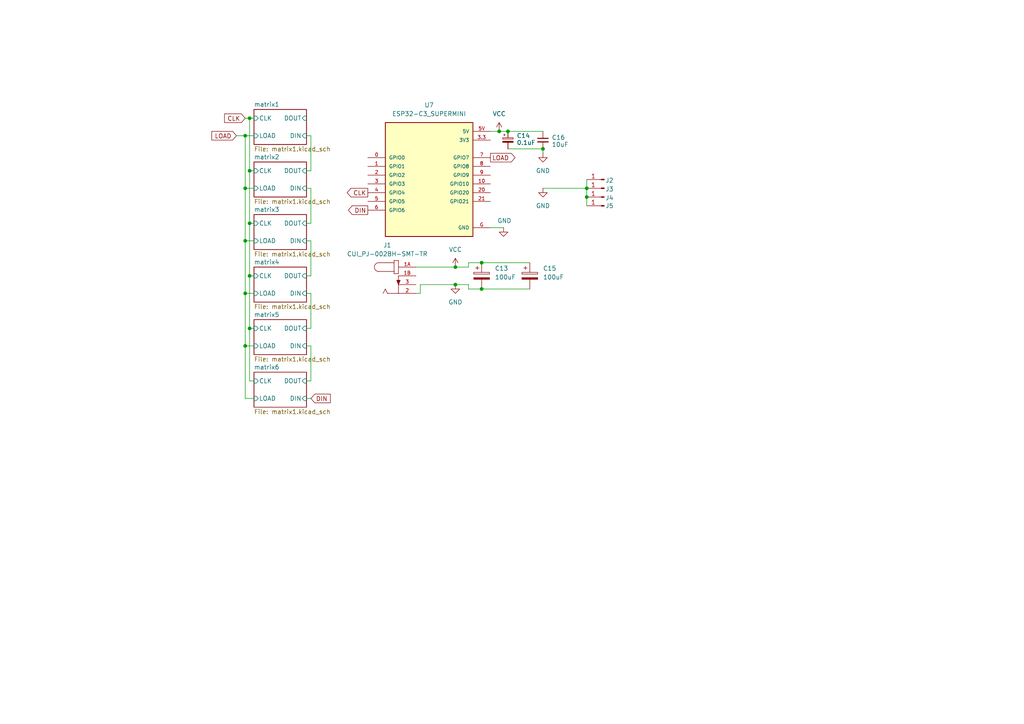
<source format=kicad_sch>
(kicad_sch (version 20231120) (generator "eeschema") (generator_version "8.0")
  (paper "A4")
  (title_block (title "esp32c3 Led Matrix 6x8x8") (company "stig@sdm.nz") (comment 1 "BSD 2-Clause License"))
  (lib_symbols
    (symbol "Connector:Conn_01x01_Pin" (pin_names (offset 1.016) hide)
      (property "Reference" "J" (at 0 2.54 0))
      (property "Value" "Conn_01x01_Pin" (at 0 -2.54 0))
      (symbol "Conn_01x01_Pin_1_1"
        (polyline (pts (xy 1.27 0) (xy 0.8636 0)) (stroke (width 0.1524)))
        (rectangle (start 0.8636 0.127) (end 0 -0.127) (stroke (width 0.1524)) (fill (type outline)))
        (pin passive line (at 5.08 0 180) (length 3.81) (name "Pin_1") (number "1"))
      )
    )
    (symbol "Device:C_Polarized" (pin_numbers hide) (pin_names (offset 0.254))
      (property "Reference" "C" (at 0.635 2.54 0))
      (property "Value" "C_Polarized" (at 0.635 -2.54 0))
      (symbol "C_Polarized_0_1"
        (rectangle (start -2.286 0.508) (end 2.286 1.016))
        (polyline (pts (xy -1.778 2.286) (xy -0.762 2.286)))
        (polyline (pts (xy -1.27 2.794) (xy -1.27 1.778)))
        (rectangle (start 2.286 -0.508) (end -2.286 -1.016) (fill (type outline)))
      )
      (symbol "C_Polarized_1_1"
        (pin passive line (at 0 3.81 270) (length 2.794) (name "~") (number "1"))
        (pin passive line (at 0 -3.81 90) (length 2.794) (name "~") (number "2"))
      )
    )
    (symbol "Device:C_Polarized_Small" (pin_numbers hide) (pin_names (offset 0.254) hide)
      (property "Reference" "C" (at 0.254 1.778 0))
      (property "Value" "C_Polarized_Small" (at 0.254 -2.032 0))
      (symbol "C_Polarized_Small_0_1"
        (rectangle (start -1.524 -0.3048) (end 1.524 -0.6858) (fill (type outline)))
        (rectangle (start -1.524 0.6858) (end 1.524 0.3048))
        (polyline (pts (xy -1.27 1.524) (xy -0.762 1.524)))
        (polyline (pts (xy -1.016 1.27) (xy -1.016 1.778)))
      )
      (symbol "C_Polarized_Small_1_1"
        (pin passive line (at 0 2.54 270) (length 1.8542) (name "~") (number "1"))
        (pin passive line (at 0 -2.54 90) (length 1.8542) (name "~") (number "2"))
      )
    )
    (symbol "Device:C_Small" (pin_numbers hide) (pin_names (offset 0.254) hide)
      (property "Reference" "C" (at 0.254 1.778 0))
      (property "Value" "C_Small" (at 0.254 -2.032 0))
      (symbol "C_Small_0_1"
        (polyline (pts (xy -1.524 -0.508) (xy 1.524 -0.508)) (stroke (width 0.3302)))
        (polyline (pts (xy -1.524 0.508) (xy 1.524 0.508)) (stroke (width 0.3048)))
      )
      (symbol "C_Small_1_1"
        (pin passive line (at 0 2.54 270) (length 2.032) (name "~") (number "1"))
        (pin passive line (at 0 -2.54 90) (length 2.032) (name "~") (number "2"))
      )
    )
    (symbol "ESP32:ESP32-C3_SUPERMINI" (pin_names (offset 1.016))
      (property "Reference" "U" (at -12.7 16.002 0))
      (property "Value" "ESP32-C3_SUPERMINI" (at -12.7 -20.32 0))
      (symbol "ESP32-C3_SUPERMINI_0_0"
        (rectangle (start -12.7 15.24) (end 12.7 -17.78) (stroke (width 0.254)) (fill (type background)))
        (pin bidirectional line (at -17.78 5.08 0) (length 5.08) (name "GPIO0") (number "0"))
        (pin bidirectional line (at -17.78 2.54 0) (length 5.08) (name "GPIO1") (number "1"))
        (pin bidirectional line (at 17.78 -2.54 180) (length 5.08) (name "GPIO10") (number "10"))
        (pin bidirectional line (at -17.78 0 0) (length 5.08) (name "GPIO2") (number "2"))
        (pin bidirectional line (at 17.78 -5.08 180) (length 5.08) (name "GPIO20") (number "20"))
        (pin bidirectional line (at 17.78 -7.62 180) (length 5.08) (name "GPIO21") (number "21"))
        (pin bidirectional line (at -17.78 -2.54 0) (length 5.08) (name "GPIO3") (number "3"))
        (pin power_in line (at 17.78 10.16 180) (length 5.08) (name "3V3") (number "3.3"))
        (pin bidirectional line (at -17.78 -5.08 0) (length 5.08) (name "GPIO4") (number "4"))
        (pin bidirectional line (at -17.78 -7.62 0) (length 5.08) (name "GPIO5") (number "5"))
        (pin power_in line (at 17.78 12.7 180) (length 5.08) (name "5V") (number "5V"))
        (pin bidirectional line (at -17.78 -10.16 0) (length 5.08) (name "GPIO6") (number "6"))
        (pin bidirectional line (at 17.78 5.08 180) (length 5.08) (name "GPIO7") (number "7"))
        (pin bidirectional line (at 17.78 2.54 180) (length 5.08) (name "GPIO8") (number "8"))
        (pin bidirectional line (at 17.78 0 180) (length 5.08) (name "GPIO9") (number "9"))
        (pin power_in line (at 17.78 -15.24 180) (length 5.08) (name "GND") (number "G"))
      )
    )
    (symbol "dc-connector:PJ-002BH-SMT-TR" (pin_names (offset 1.016))
      (property "Reference" "J" (at -7.6311 5.0874 0))
      (property "Value" "PJ-002BH-SMT-TR" (at -7.6207 -7.6205 0))
      (symbol "PJ-002BH-SMT-TR_0_0"
        (arc (start -5.715 3.81) (mid -6.9794 2.54) (end -5.715 1.27) (stroke (width 0.1524)))
        (polyline (pts (xy -5.715 3.81) (xy -1.27 3.81)) (stroke (width 0.1524)))
        (polyline (pts (xy -3.81 -3.81) (xy -4.445 -5.08)) (stroke (width 0.1524)))
        (polyline (pts (xy -3.175 -5.08) (xy -3.81 -3.81)) (stroke (width 0.1524)))
        (polyline (pts (xy -1.27 0.635) (xy 0 0.635)) (stroke (width 0.1524)))
        (polyline (pts (xy -1.27 1.27) (xy -5.715 1.27)) (stroke (width 0.1524)))
        (polyline (pts (xy -1.27 1.27) (xy -1.27 0.635)) (stroke (width 0.1524)))
        (polyline (pts (xy -1.27 3.81) (xy -1.27 1.27)) (stroke (width 0.1524)))
        (polyline (pts (xy -1.27 4.445) (xy -1.27 3.81)) (stroke (width 0.1524)))
        (polyline (pts (xy 0 -5.08) (xy -3.175 -5.08)) (stroke (width 0.1524)))
        (polyline (pts (xy 0 0) (xy 0 -5.08)) (stroke (width 0.1524)))
        (polyline (pts (xy 0 0.635) (xy 0 4.445)) (stroke (width 0.1524)))
        (polyline (pts (xy 0 4.445) (xy -1.27 4.445)) (stroke (width 0.1524)))
        (polyline (pts (xy 0 -2.54) (xy -0.508 -1.27) (xy 0.508 -1.27) (xy 0 -2.54)) (stroke (width 0.1524)) (fill (type outline)))
        (pin passive line (at 5.08 2.54 180) (length 5.08) (name "~") (number "1A"))
        (pin passive line (at 5.08 0 180) (length 5.08) (name "~") (number "1B"))
        (pin passive line (at 5.08 -5.08 180) (length 5.08) (name "~") (number "2"))
        (pin passive line (at 5.08 -2.54 180) (length 5.08) (name "~") (number "3"))
      )
    )
    (symbol "power:GND" (power) (pin_numbers hide) (pin_names (offset 0) hide)
      (property "Value" "GND" (at 0 -3.81 0))
      (symbol "GND_0_1"
        (polyline (pts (xy 0 0) (xy 0 -1.27) (xy 1.27 -1.27) (xy 0 -2.54) (xy -1.27 -1.27) (xy 0 -1.27)))
      )
      (symbol "GND_1_1"
        (pin power_in line (at 0 0 270) (length 0) (name "~") (number "1"))
      )
    )
    (symbol "power:VCC" (power) (pin_numbers hide) (pin_names (offset 0) hide)
      (property "Value" "VCC" (at 0 3.556 0))
      (symbol "VCC_0_1"
        (polyline (pts (xy -0.762 1.27) (xy 0 2.54)))
        (polyline (pts (xy 0 0) (xy 0 2.54)))
        (polyline (pts (xy 0 2.54) (xy 0.762 1.27)))
      )
      (symbol "VCC_1_1"
        (pin power_in line (at 0 0 90) (length 0) (name "~") (number "1"))
      )
    )
  )
  (junction (at 170.18 57.15))
  (junction (at 71.12 39.37))
  (junction (at 132.08 77.47))
  (junction (at 170.18 54.61))
  (junction (at 71.12 69.85))
  (junction (at 132.08 82.55))
  (junction (at 147.32 38.1))
  (junction (at 144.78 38.1))
  (junction (at 71.12 85.09))
  (junction (at 139.7 76.2))
  (junction (at 71.12 54.61))
  (junction (at 139.7 83.82))
  (junction (at 72.39 34.29))
  (junction (at 157.48 43.18))
  (junction (at 72.39 49.53))
  (junction (at 72.39 80.01))
  (junction (at 72.39 64.77))
  (junction (at 71.12 100.33))
  (junction (at 72.39 95.25))
  (wire (pts (xy 135.89 77.47) (xy 132.08 77.47)))
  (wire (pts (xy 135.89 83.82) (xy 135.89 82.55)))
  (wire (pts (xy 72.39 49.53) (xy 72.39 34.29)))
  (wire (pts (xy 90.17 39.37) (xy 88.9 39.37)))
  (wire (pts (xy 71.12 100.33) (xy 71.12 115.57)))
  (wire (pts (xy 88.9 49.53) (xy 90.17 49.53)))
  (wire (pts (xy 73.66 110.49) (xy 72.39 110.49)))
  (wire (pts (xy 170.18 54.61) (xy 170.18 57.15)))
  (wire (pts (xy 142.24 38.1) (xy 144.78 38.1)))
  (wire (pts (xy 90.17 85.09) (xy 88.9 85.09)))
  (wire (pts (xy 73.66 95.25) (xy 72.39 95.25)))
  (wire (pts (xy 170.18 57.15) (xy 170.18 59.69)))
  (wire (pts (xy 120.65 77.47) (xy 132.08 77.47)))
  (wire (pts (xy 71.12 85.09) (xy 73.66 85.09)))
  (wire (pts (xy 88.9 95.25) (xy 90.17 95.25)))
  (wire (pts (xy 135.89 82.55) (xy 132.08 82.55)))
  (wire (pts (xy 73.66 80.01) (xy 72.39 80.01)))
  (wire (pts (xy 71.12 54.61) (xy 73.66 54.61)))
  (wire (pts (xy 135.89 76.2) (xy 139.7 76.2)))
  (wire (pts (xy 72.39 95.25) (xy 72.39 80.01)))
  (wire (pts (xy 72.39 80.01) (xy 72.39 64.77)))
  (wire (pts (xy 142.24 66.04) (xy 146.05 66.04)))
  (wire (pts (xy 90.17 69.85) (xy 88.9 69.85)))
  (wire (pts (xy 71.12 85.09) (xy 71.12 100.33)))
  (wire (pts (xy 73.66 49.53) (xy 72.39 49.53)))
  (wire (pts (xy 88.9 64.77) (xy 90.17 64.77)))
  (wire (pts (xy 120.65 85.09) (xy 121.92 85.09)))
  (wire (pts (xy 90.17 100.33) (xy 88.9 100.33)))
  (wire (pts (xy 88.9 80.01) (xy 90.17 80.01)))
  (wire (pts (xy 147.32 38.1) (xy 157.48 38.1)))
  (wire (pts (xy 90.17 49.53) (xy 90.17 39.37)))
  (wire (pts (xy 90.17 64.77) (xy 90.17 54.61)))
  (wire (pts (xy 71.12 39.37) (xy 71.12 54.61)))
  (wire (pts (xy 157.48 54.61) (xy 170.18 54.61)))
  (wire (pts (xy 90.17 110.49) (xy 90.17 100.33)))
  (wire (pts (xy 88.9 110.49) (xy 90.17 110.49)))
  (wire (pts (xy 135.89 77.47) (xy 135.89 76.2)))
  (wire (pts (xy 90.17 95.25) (xy 90.17 85.09)))
  (wire (pts (xy 71.12 34.29) (xy 72.39 34.29)))
  (wire (pts (xy 139.7 83.82) (xy 153.67 83.82)))
  (wire (pts (xy 72.39 64.77) (xy 72.39 49.53)))
  (wire (pts (xy 72.39 34.29) (xy 73.66 34.29)))
  (wire (pts (xy 73.66 64.77) (xy 72.39 64.77)))
  (wire (pts (xy 121.92 82.55) (xy 132.08 82.55)))
  (wire (pts (xy 71.12 39.37) (xy 73.66 39.37)))
  (wire (pts (xy 88.9 115.57) (xy 90.17 115.57)))
  (wire (pts (xy 135.89 83.82) (xy 139.7 83.82)))
  (wire (pts (xy 72.39 110.49) (xy 72.39 95.25)))
  (wire (pts (xy 157.48 43.18) (xy 157.48 44.45)))
  (wire (pts (xy 147.32 43.18) (xy 157.48 43.18)))
  (wire (pts (xy 139.7 76.2) (xy 153.67 76.2)))
  (wire (pts (xy 90.17 80.01) (xy 90.17 69.85)))
  (wire (pts (xy 144.78 38.1) (xy 147.32 38.1)))
  (wire (pts (xy 121.92 82.55) (xy 121.92 85.09)))
  (wire (pts (xy 71.12 54.61) (xy 71.12 69.85)))
  (wire (pts (xy 71.12 100.33) (xy 73.66 100.33)))
  (wire (pts (xy 90.17 54.61) (xy 88.9 54.61)))
  (wire (pts (xy 68.58 39.37) (xy 71.12 39.37)))
  (wire (pts (xy 71.12 69.85) (xy 71.12 85.09)))
  (wire (pts (xy 71.12 115.57) (xy 73.66 115.57)))
  (wire (pts (xy 71.12 69.85) (xy 73.66 69.85)))
  (wire (pts (xy 170.18 52.07) (xy 170.18 54.61)))
  (global_label "LOAD" (shape output) (at 142.24 45.72 0) (property "Intersheetrefs" "${INTERSHEET_REFS}" (effects (hide yes))))
  (global_label "DIN" (shape output) (at 106.68 60.96 180) (property "Intersheetrefs" "${INTERSHEET_REFS}" (effects (hide yes))))
  (global_label "CLK" (shape output) (at 106.68 55.88 180) (property "Intersheetrefs" "${INTERSHEET_REFS}" (effects (hide yes))))
  (global_label "DIN" (shape input) (at 90.17 115.57 0) (property "Intersheetrefs" "${INTERSHEET_REFS}" (effects (hide yes))))
  (global_label "LOAD" (shape input) (at 68.58 39.37 180) (property "Intersheetrefs" "${INTERSHEET_REFS}" (effects (hide yes))))
  (global_label "CLK" (shape input) (at 71.12 34.29 180) (property "Intersheetrefs" "${INTERSHEET_REFS}" (effects (hide yes))))
  (symbol (lib_id "Device:C_Polarized_Small") (at 147.32 40.64 0) (unit 1)
    (property "Reference" "C14" (at 149.86 39.37 0) (effects (justify left)))
    (property "Value" "0.1uF" (at 149.86 41.3638 0) (effects (justify left)))
    (property "Footprint" "Capacitor_SMD:C_1206_3216Metric" (effects (hide yes)))
    (property "Description" "Polarized capacitor, small symbol" (effects (hide yes)))
  )
  (symbol (lib_id "power:VCC") (at 144.78 38.1 0) (unit 1)
    (property "Reference" "#PWR033" (effects (hide yes)))
    (property "Value" "VCC" (at 144.78 33.02 0))
    (property "Description" "Power symbol creates a global label with name \"VCC\"" (effects (hide yes)))
  )
  (symbol (lib_id "Connector:Conn_01x01_Pin") (at 175.26 52.07 180) (unit 1)
    (property "Reference" "J2" (at 176.784 52.324 0))
    (property "Value" "Grounded Mounting Hole" (effects (hide yes)))
    (property "Footprint" "MountingHole:MountingHole_3.2mm_M3_Pad_TopBottom" (effects (hide yes)))
    (property "Description" "Generic connector, single row, 01x01, script generated" (effects (hide yes)))
  )
  (symbol (lib_id "power:GND") (at 157.48 44.45 0) (unit 1)
    (property "Reference" "#PWR035" (effects (hide yes)))
    (property "Value" "GND" (at 157.48 49.53 0))
    (property "Description" "Power symbol creates a global label with name \"GND\" , ground" (effects (hide yes)))
  )
  (symbol (lib_id "dc-connector:PJ-002BH-SMT-TR") (at 115.57 80.01 0) (unit 1)
    (property "Reference" "J1" (at 112.3343 71.12 0))
    (property "Value" "CUI_PJ-002BH-SMT-TR" (at 112.3343 73.66 0))
    (property "Footprint" "ProjectLibrary:CUI_PJ-002BH-SMT-TR" (effects (hide yes)))
    (property "PARTREV" "C" (effects (hide yes)))
    (property "STANDARD" "Manufacturer recommendations" (effects (hide yes)))
    (property "MAXIMUM_PACKAGE_HEIGHT" "11.11 mm" (effects (hide yes)))
    (property "MANUFACTURER" "CUI INC" (effects (hide yes)))
  )
  (symbol (lib_id "Connector:Conn_01x01_Pin") (at 175.26 54.61 180) (unit 1)
    (property "Reference" "J3" (at 176.784 54.864 0))
    (property "Value" "Grounded Mounting Hole" (effects (hide yes)))
    (property "Footprint" "MountingHole:MountingHole_3.2mm_M3_Pad_TopBottom" (effects (hide yes)))
    (property "Description" "Generic connector, single row, 01x01, script generated" (effects (hide yes)))
  )
  (symbol (lib_id "Device:C_Small") (at 157.48 40.64 0) (unit 1)
    (property "Reference" "C16" (at 160.02 39.878 0) (effects (justify left)))
    (property "Value" "10uF" (at 160.02 41.9162 0) (effects (justify left)))
    (property "Footprint" "Capacitor_SMD:C_1206_3216Metric" (effects (hide yes)))
    (property "Description" "Unpolarized capacitor, small symbol" (effects (hide yes)))
  )
  (symbol (lib_id "ESP32:ESP32-C3_SUPERMINI") (at 124.46 50.8 0) (unit 1)
    (property "Reference" "U7" (at 124.46 30.48 0))
    (property "Value" "ESP32-C3_SUPERMINI" (at 124.46 33.02 0))
    (property "Footprint" "ProjectLibrary:MODULE_ESP32-C3_SUPERMINI" (effects (hide yes)))
    (property "MF" "Espressif Systems" (effects (hide yes)))
    (property "MAXIMUM_PACKAGE_HEIGHT" "4.2mm" (effects (hide yes)))
    (property "Package" "Package" (effects (hide yes)))
    (property "Price" "None" (effects (hide yes)))
    (property "Check_prices" "https://www.snapeda.com/parts/ESP32-C3%20SuperMini/Espressif+Systems/view-part/?ref=eda" (effects (hide yes)))
    (property "STANDARD" "Manufacturer Recommendations" (effects (hide yes)))
    (property "SnapEDA_Link" "https://www.snapeda.com/parts/ESP32-C3%20SuperMini/Espressif+Systems/view-part/?ref=snap" (effects (hide yes)))
    (property "MP" "ESP32-C3 SuperMini" (effects (hide yes)))
    (property "Description_1" "\nSuper tiny ESP32-C3 board\n" (effects (hide yes)))
    (property "Availability" "Not in stock" (effects (hide yes)))
    (property "MANUFACTURER" "Espressif" (effects (hide yes)))
  )
  (symbol (lib_id "Device:C_Polarized") (at 153.67 80.01 0) (unit 1)
    (property "Reference" "C15" (at 157.48 77.8509 0) (effects (justify left)))
    (property "Value" "100uF" (at 157.48 80.3909 0) (effects (justify left)))
    (property "Footprint" "ProjectLibrary:CAP_16SVPC100M" (effects (hide yes)))
    (property "Description" "Polarized capacitor" (effects (hide yes)))
    (property "MPN" "16SVPC100M" (effects (hide yes)))
  )
  (symbol (lib_id "power:GND") (at 157.48 54.61 0) (unit 1)
    (property "Reference" "#PWR036" (effects (hide yes)))
    (property "Value" "GND" (at 157.48 59.69 0))
    (property "Description" "Power symbol creates a global label with name \"GND\" , ground" (effects (hide yes)))
  )
  (symbol (lib_id "power:GND") (at 146.05 66.04 0) (unit 1)
    (property "Reference" "#PWR034" (effects (hide yes)))
    (property "Value" "GND" (at 146.304 64.008 0))
    (property "Description" "Power symbol creates a global label with name \"GND\" , ground" (effects (hide yes)))
  )
  (symbol (lib_id "power:VCC") (at 132.08 77.47 0) (unit 1)
    (property "Reference" "#PWR031" (effects (hide yes)))
    (property "Value" "VCC" (at 132.08 72.39 0))
    (property "Description" "Power symbol creates a global label with name \"VCC\"" (effects (hide yes)))
  )
  (symbol (lib_id "Device:C_Polarized") (at 139.7 80.01 0) (unit 1)
    (property "Reference" "C13" (at 143.51 77.8509 0) (effects (justify left)))
    (property "Value" "100uF" (at 143.51 80.3909 0) (effects (justify left)))
    (property "Footprint" "ProjectLibrary:CAP_16SVPC100M" (effects (hide yes)))
    (property "Description" "Polarized capacitor" (effects (hide yes)))
    (property "MPN" "16SVPC100M" (effects (hide yes)))
  )
  (symbol (lib_id "Connector:Conn_01x01_Pin") (at 175.26 57.15 180) (unit 1)
    (property "Reference" "J4" (at 176.784 57.404 0))
    (property "Value" "Grounded Mounting Hole" (effects (hide yes)))
    (property "Footprint" "MountingHole:MountingHole_3.2mm_M3_Pad_TopBottom" (effects (hide yes)))
    (property "Description" "Generic connector, single row, 01x01, script generated" (effects (hide yes)))
  )
  (symbol (lib_id "power:GND") (at 132.08 82.55 0) (unit 1)
    (property "Reference" "#PWR032" (effects (hide yes)))
    (property "Value" "GND" (at 132.08 87.63 0))
    (property "Description" "Power symbol creates a global label with name \"GND\" , ground" (effects (hide yes)))
  )
  (symbol (lib_id "Connector:Conn_01x01_Pin") (at 175.26 59.69 180) (unit 1)
    (property "Reference" "J5" (at 176.784 59.69 0))
    (property "Value" "Grounded Mounting Hole" (effects (hide yes)))
    (property "Footprint" "MountingHole:MountingHole_3.2mm_M3_Pad_TopBottom" (effects (hide yes)))
    (property "Description" "Generic connector, single row, 01x01, script generated" (effects (hide yes)))
  )
  (sheet (at 73.66 92.71) (size 15.24 10.16) (stroke (width 0.1524))
    (property "Sheetname" "matrix5" (at 73.66 91.9984 0) (effects (justify left bottom)))
    (property "Sheetfile" "matrix1.kicad_sch" (at 73.66 103.4546 0) (effects (justify left top)))
    (pin "DOUT" input (at 88.9 95.25 0))
    (pin "CLK" input (at 73.66 95.25 180))
    (pin "DIN" input (at 88.9 100.33 0))
    (pin "LOAD" input (at 73.66 100.33 180))
  )
  (sheet (at 73.66 107.95) (size 15.24 10.16) (stroke (width 0.1524))
    (property "Sheetname" "matrix6" (at 73.66 107.2384 0) (effects (justify left bottom)))
    (property "Sheetfile" "matrix1.kicad_sch" (at 73.66 118.6946 0) (effects (justify left top)))
    (pin "DOUT" input (at 88.9 110.49 0))
    (pin "CLK" input (at 73.66 110.49 180))
    (pin "DIN" input (at 88.9 115.57 0))
    (pin "LOAD" input (at 73.66 115.57 180))
  )
  (sheet (at 73.66 46.99) (size 15.24 10.16) (stroke (width 0.1524))
    (property "Sheetname" "matrix2" (at 73.66 46.2784 0) (effects (justify left bottom)))
    (property "Sheetfile" "matrix1.kicad_sch" (at 73.66 57.7346 0) (effects (justify left top)))
    (pin "DOUT" input (at 88.9 49.53 0))
    (pin "CLK" input (at 73.66 49.53 180))
    (pin "DIN" input (at 88.9 54.61 0))
    (pin "LOAD" input (at 73.66 54.61 180))
  )
  (sheet (at 73.66 62.23) (size 15.24 10.16) (stroke (width 0.1524))
    (property "Sheetname" "matrix3" (at 73.66 61.5184 0) (effects (justify left bottom)))
    (property "Sheetfile" "matrix1.kicad_sch" (at 73.66 72.9746 0) (effects (justify left top)))
    (pin "DOUT" input (at 88.9 64.77 0))
    (pin "CLK" input (at 73.66 64.77 180))
    (pin "DIN" input (at 88.9 69.85 0))
    (pin "LOAD" input (at 73.66 69.85 180))
  )
  (sheet (at 73.66 77.47) (size 15.24 10.16) (stroke (width 0.1524))
    (property "Sheetname" "matrix4" (at 73.66 76.7584 0) (effects (justify left bottom)))
    (property "Sheetfile" "matrix1.kicad_sch" (at 73.66 88.2146 0) (effects (justify left top)))
    (pin "DOUT" input (at 88.9 80.01 0))
    (pin "CLK" input (at 73.66 80.01 180))
    (pin "DIN" input (at 88.9 85.09 0))
    (pin "LOAD" input (at 73.66 85.09 180))
  )
  (sheet (at 73.66 31.75) (size 15.24 10.16) (stroke (width 0.1524))
    (property "Sheetname" "matrix1" (at 73.66 31.0384 0) (effects (justify left bottom)))
    (property "Sheetfile" "matrix1.kicad_sch" (at 73.66 42.4946 0) (effects (justify left top)))
    (pin "DOUT" input (at 88.9 34.29 0))
    (pin "CLK" input (at 73.66 34.29 180))
    (pin "DIN" input (at 88.9 39.37 0))
    (pin "LOAD" input (at 73.66 39.37 180))
  )
)
</source>
